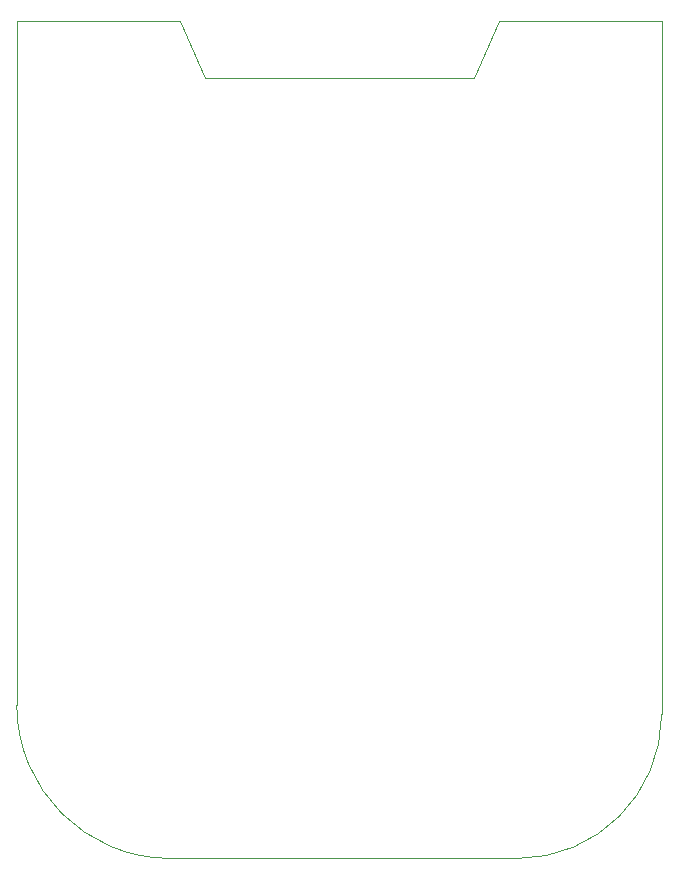
<source format=gko>
%TF.GenerationSoftware,KiCad,Pcbnew,5.1.10*%
%TF.CreationDate,2022-06-04T14:31:52-04:00*%
%TF.ProjectId,BeagleLogic Cape,42656167-6c65-44c6-9f67-696320436170,rev?*%
%TF.SameCoordinates,PX6cb8080PY7bfa480*%
%TF.FileFunction,Profile,NP*%
%FSLAX46Y46*%
G04 Gerber Fmt 4.6, Leading zero omitted, Abs format (unit mm)*
G04 Created by KiCad (PCBNEW 5.1.10) date 2022-06-04 14:31:52*
%MOMM*%
%LPD*%
G01*
G04 APERTURE LIST*
%TA.AperFunction,Profile*%
%ADD10C,0.100000*%
%TD*%
G04 APERTURE END LIST*
D10*
X55400000Y12300000D02*
G75*
G02*
X43200000Y100000I-12200000J0D01*
G01*
X55400000Y31000000D02*
X55400000Y12300000D01*
X55400000Y71000000D02*
X55400000Y31000000D01*
X41600000Y71000000D02*
X55400000Y71000000D01*
X39500000Y66200000D02*
X41600000Y71000000D01*
X16700000Y66200000D02*
X39500000Y66200000D01*
X13800000Y100000D02*
X43200000Y100000D01*
X13800000Y100000D02*
G75*
G02*
X800000Y13100000I0J13000000D01*
G01*
X800000Y71000000D02*
X800000Y13100000D01*
X14600000Y71000000D02*
X800000Y71000000D01*
X16700000Y66200000D02*
X14600000Y71000000D01*
M02*

</source>
